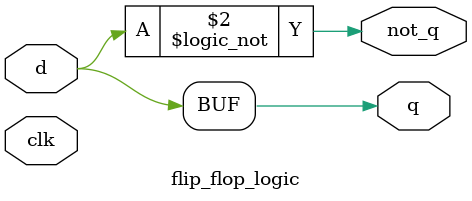
<source format=v>
module flip_flop_logic(input wire clk, input wire d, output reg q, output reg not_q);
    initial begin
	    q <= 0;
	    not_q <= 1;
	end
	always@(clk) 
	begin
	    q <= d;
	    not_q <= !d;
	end
endmodule

</source>
